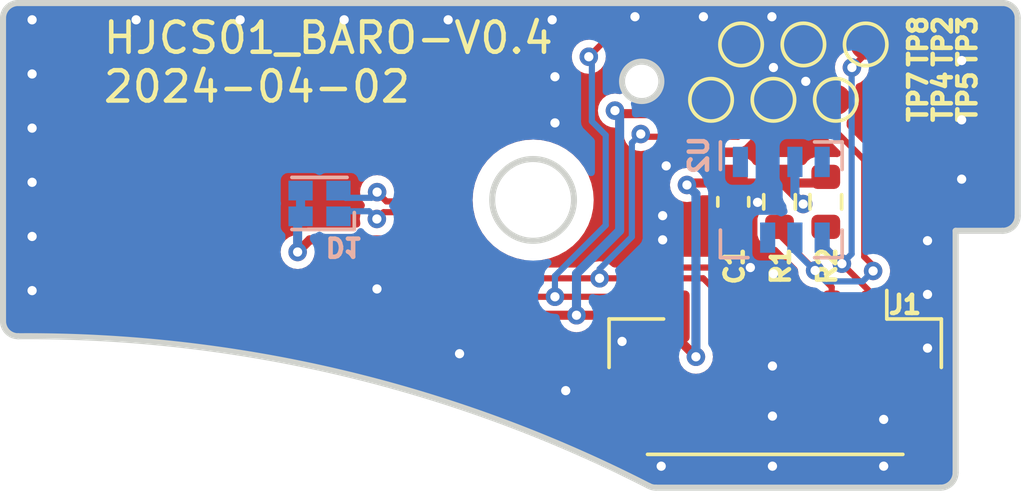
<source format=kicad_pcb>
(kicad_pcb (version 20240108) (generator "pcbnew") (generator_version "8.0")
  (title_block (title "HJCS01_BARO") (date "2024-04-02") (rev "V0.4") (company "Ovobot") (comment 1 "34x16x1.6mm 绿油白字，无铅喷锡"))
  (layers (0 "F.Cu" signal) (31 "B.Cu" signal) (34 "B.Paste" user) (35 "F.Paste" user) (36 "B.SilkS" user "B.Silkscreen") (37 "F.SilkS" user "F.Silkscreen") (38 "B.Mask" user) (39 "F.Mask" user) (44 "Edge.Cuts" user))
  (net 0 "")
  (net 1 "+3V3")
  (net 2 "GND")
  (net 3 "/SCL1")
  (net 4 "/SDA1")
  (net 5 "/RED")
  (net 9 "/BLUE")
  (footprint "TestPoint:TestPoint_Pad_D1.0mm" (layer "F.Cu") (at 153.3382 76.7596)
    (property "Reference" "TP2" (at 4.599 -0.1024 90) (layer "F.SilkS") (effects (font (size 0.6 0.6))))
    (property "Value" "GND")
    (fp_circle (center 0 0) (end 0 0.7) (stroke (width 0.12)) (fill none) (layer "F.SilkS"))
    (pad "1" smd circle (at 0 0) (size 1 1) (layers "F.Cu" "F.Mask") (net 2 "GND"))
  )
  (footprint "TestPoint:TestPoint_Pad_D1.0mm" (layer "F.Cu") (at 154.4087 78.5876)
    (property "Reference" "TP5" (at 4.3413 -0.1016 90) (layer "F.SilkS") (effects (font (size 0.6 0.6))))
    (property "Value" "SDA")
    (fp_circle (center 0 0) (end 0 0.7) (stroke (width 0.12)) (fill none) (layer "F.SilkS"))
    (pad "1" smd circle (at 0 0) (size 1 1) (layers "F.Cu" "F.Mask") (net 4 "/SDA1"))
  )
  (footprint "TestPoint:TestPoint_Pad_D1.0mm" (layer "F.Cu") (at 151.2817 76.7596)
    (property "Reference" "TP8" (at 5.8427 -0.1024 90) (layer "F.SilkS") (effects (font (size 0.6 0.6))))
    (property "Value" "BLUE")
    (fp_circle (center 0 0) (end 0 0.7) (stroke (width 0.12)) (fill none) (layer "F.SilkS"))
    (pad "1" smd circle (at 0 0) (size 1 1) (layers "F.Cu" "F.Mask") (net 9 "/BLUE"))
  )
  (footprint "TestPoint:TestPoint_Pad_D1.0mm" (layer "F.Cu") (at 150.2897 78.5876)
    (property "Reference" "TP7" (at 6.8347 -0.1016 90) (layer "F.SilkS") (effects (font (size 0.6 0.6))))
    (property "Value" "3V3")
    (fp_circle (center 0 0) (end 0 0.7) (stroke (width 0.12)) (fill none) (layer "F.SilkS"))
    (pad "1" smd circle (at 0 0) (size 1 1) (layers "F.Cu" "F.Mask") (net 1 "+3V3"))
  )
  (footprint "Resistor_SMD:R_0603_1608Metric" (layer "F.Cu") (at 154.077 81.956 -90)
    (property "Reference" "R2" (at 2.122074 -0.04109 90) (layer "F.SilkS") (effects (font (size 0.6 0.6))))
    (property "Value" "10K/1%")
    (fp_line (start -0.237258 0.5225) (end 0.237258 0.5225) (stroke (width 0.12)) (layer "F.SilkS"))
    (fp_line (start -0.237258 -0.5225) (end 0.237258 -0.5225) (stroke (width 0.12)) (layer "F.SilkS"))
    (pad "1" smd roundrect (at -0.825 0 270) (size 0.8 0.95) (layers "F.Cu" "F.Paste" "F.Mask") (net 1 "+3V3"))
    (pad "2" smd roundrect (at 0.825 0 270) (size 0.8 0.95) (layers "F.Cu" "F.Paste" "F.Mask") (net 3 "/SCL1"))
  )
  (footprint "Connector_JST:JST_GH_BM06B-GHS-TBT_1x06-1MP_P1.25mm_Vertical" (layer "F.Cu") (at 152.407 87.683 180)
    (property "Reference" "J1" (at -4.287 2.329 0) (layer "F.SilkS") (effects (font (size 0.6 0.6))))
    (property "Value" "GH1.25MM/6ASMT")
    (fp_line (start 5.485 1.86) (end 3.685 1.86) (stroke (width 0.12)) (layer "F.SilkS"))
    (fp_line (start 5.485 0.26) (end 5.485 1.86) (stroke (width 0.12)) (layer "F.SilkS"))
    (fp_line (start -3.685 1.86) (end -3.685 2.8) (stroke (width 0.12)) (layer "F.SilkS"))
    (fp_line (start -4.215 -2.61) (end 4.215 -2.61) (stroke (width 0.12)) (layer "F.SilkS"))
    (fp_line (start -5.485 1.86) (end -3.685 1.86) (stroke (width 0.12)) (layer "F.SilkS"))
    (fp_line (start -5.485 0.26) (end -5.485 1.86) (stroke (width 0.12)) (layer "F.SilkS"))
    (pad "1" smd roundrect (at -3.125 1.95 180) (size 0.6 1.7) (layers "F.Cu" "F.Paste" "F.Mask") (net 3 "/SCL1"))
    (pad "2" smd roundrect (at -1.875 1.95 180) (size 0.6 1.7) (layers "F.Cu" "F.Paste" "F.Mask") (net 4 "/SDA1"))
    (pad "3" smd roundrect (at -0.625 1.95 180) (size 0.6 1.7) (layers "F.Cu" "F.Paste" "F.Mask") (net 2 "GND"))
    (pad "4" smd roundrect (at 0.625 1.95 180) (size 0.6 1.7) (layers "F.Cu" "F.Paste" "F.Mask") (net 5 "/RED"))
    (pad "5" smd roundrect (at 1.875 1.95 180) (size 0.6 1.7) (layers "F.Cu" "F.Paste" "F.Mask") (net 9 "/BLUE"))
    (pad "6" smd roundrect (at 3.125 1.95 180) (size 0.6 1.7) (layers "F.Cu" "F.Paste" "F.Mask") (net 1 "+3V3"))
    (pad "MP" smd roundrect (at -4.975 -1.4 180) (size 1 2.8) (layers "F.Cu" "F.Paste" "F.Mask") (net 2 "GND"))
    (pad "MP" smd roundrect (at 4.975 -1.4 180) (size 1 2.8) (layers "F.Cu" "F.Paste" "F.Mask") (net 2 "GND"))
  )
  (footprint "TestPoint:TestPoint_Pad_D1.0mm" (layer "F.Cu") (at 155.3947 76.7596)
    (property "Reference" "TP3" (at 3.3553 -0.1024 90) (layer "F.SilkS") (effects (font (size 0.6 0.6))))
    (property "Value" "SCL")
    (fp_circle (center 0 0) (end 0 0.7) (stroke (width 0.12)) (fill none) (layer "F.SilkS"))
    (pad "1" smd circle (at 0 0) (size 1 1) (layers "F.Cu" "F.Mask") (net 3 "/SCL1"))
  )
  (footprint "Resistor_SMD:R_0603_1608Metric" (layer "F.Cu") (at 152.55 81.956 -90)
    (property "Reference" "R1" (at 2.122074 -0.04109 90) (layer "F.SilkS") (effects (font (size 0.6 0.6))))
    (property "Value" "10K/1%")
    (fp_line (start -0.237258 0.5225) (end 0.237258 0.5225) (stroke (width 0.12)) (layer "F.SilkS"))
    (fp_line (start -0.237258 -0.5225) (end 0.237258 -0.5225) (stroke (width 0.12)) (layer "F.SilkS"))
    (pad "1" smd roundrect (at -0.825 0 270) (size 0.8 0.95) (layers "F.Cu" "F.Paste" "F.Mask") (net 1 "+3V3"))
    (pad "2" smd roundrect (at 0.825 0 270) (size 0.8 0.95) (layers "F.Cu" "F.Paste" "F.Mask") (net 4 "/SDA1"))
  )
  (footprint "Capacitor_SMD:C_0603_1608Metric" (layer "F.Cu") (at 151.023 81.956 -90)
    (property "Reference" "C1" (at 2.122074 -0.04109 90) (layer "F.SilkS") (effects (font (size 0.6 0.6))))
    (property "Value" "4.7uF")
    (fp_line (start -0.14058 0.51) (end 0.14058 0.51) (stroke (width 0.12)) (layer "F.SilkS"))
    (fp_line (start -0.14058 -0.51) (end 0.14058 -0.51) (stroke (width 0.12)) (layer "F.SilkS"))
    (pad "1" smd roundrect (at -0.775 0 270) (size 0.9 0.95) (layers "F.Cu" "F.Paste" "F.Mask") (net 1 "+3V3"))
    (pad "2" smd roundrect (at 0.775 0 270) (size 0.9 0.95) (layers "F.Cu" "F.Paste" "F.Mask") (net 2 "GND"))
  )
  (footprint "TestPoint:TestPoint_Pad_D1.0mm" (layer "F.Cu") (at 152.3492 78.5876)
    (property "Reference" "TP4" (at 5.588 -0.1016 90) (layer "F.SilkS") (effects (font (size 0.6 0.6))))
    (property "Value" "RED")
    (fp_circle (center 0 0) (end 0 0.7) (stroke (width 0.12)) (fill none) (layer "F.SilkS"))
    (pad "1" smd circle (at 0 0) (size 1 1) (layers "F.Cu" "F.Mask") (net 5 "/RED"))
  )
  (footprint "Ovo_LED_SMD:LED_Dual_1.6x1.5mm" (layer "B.Cu") (at 137.362 82.009)
    (property "Reference" "D1" (at 0.81 1.431 180) (layer "B.SilkS") (effects (font (size 0.6 0.6)) (justify mirror)))
    (property "Value" "LED_Dual_Red_Blue_AKAK")
    (fp_line (start -0.91 -0.86) (end 0.91 -0.86) (stroke (width 0.12)) (layer "B.SilkS"))
    (fp_line (start -0.91 0.86) (end 1.15 0.86) (stroke (width 0.12)) (layer "B.SilkS"))
    (fp_line (start 1.15 0.86) (end 1.15 0.3) (stroke (width 0.12)) (layer "B.SilkS"))
    (pad "1" smd rect (at -0.625 -0.425) (size 0.8 0.65) (layers "B.Cu" "B.Paste" "B.Mask") (net 1 "+3V3"))
    (pad "2" smd rect (at 0.625 -0.425) (size 0.8 0.65) (layers "B.Cu" "B.Paste" "B.Mask") (net 5 "/RED"))
    (pad "3" smd rect (at -0.625 0.425) (size 0.8 0.65) (layers "B.Cu" "B.Paste" "B.Mask") (net 1 "+3V3"))
    (pad "4" smd rect (at 0.625 0.425) (size 0.8 0.65) (layers "B.Cu" "B.Paste" "B.Mask") (net 9 "/BLUE"))
  )
  (footprint "Ovo_Package_LGA:HOPERF_LGA-8_3.8x3.6mm_P0.9mm" (layer "B.Cu") (at 152.608 81.888 -90)
    (property "Reference" "U2" (at -1.476866 2.723419 90) (layer "B.SilkS") (effects (font (size 0.6 0.6)) (justify mirror)))
    (property "Value" "HP203B")
    (fp_line (start -1.91 2.01) (end -1 2.01) (stroke (width 0.12)) (layer "B.SilkS"))
    (fp_line (start 1 2.01) (end 1.91 2.01) (stroke (width 0.12)) (layer "B.SilkS"))
    (fp_line (start 1.91 2.01) (end 1.91 1.1) (stroke (width 0.12)) (layer "B.SilkS"))
    (fp_line (start 1.91 -1.1) (end 1.91 -2.01) (stroke (width 0.12)) (layer "B.SilkS"))
    (fp_line (start -1.91 -2.01) (end -1.91 -1.1) (stroke (width 0.12)) (layer "B.SilkS"))
    (fp_line (start -1 -2.01) (end -1.91 -2.01) (stroke (width 0.12)) (layer "B.SilkS"))
    (fp_line (start 1.91 -2.01) (end 1 -2.01) (stroke (width 0.12)) (layer "B.SilkS"))
    (pad "1" smd rect (at -1.25 1.35 270) (size 1 0.5) (layers "B.Cu" "B.Paste" "B.Mask"))
    (pad "2" smd rect (at -1.25 0.45 270) (size 1 0.5) (layers "B.Cu" "B.Paste" "B.Mask") (net 2 "GND"))
    (pad "3" smd rect (at -1.25 -0.45 270) (size 1 0.5) (layers "B.Cu" "B.Paste" "B.Mask") (net 1 "+3V3"))
    (pad "4" smd rect (at -1.25 -1.35 270) (size 1 0.5) (layers "B.Cu" "B.Paste" "B.Mask"))
    (pad "5" smd rect (at 1.25 -1.35 270) (size 1 0.5) (layers "B.Cu" "B.Paste" "B.Mask") (net 3 "/SCL1"))
    (pad "6" smd rect (at 1.25 -0.45 270) (size 1 0.5) (layers "B.Cu" "B.Paste" "B.Mask") (net 4 "/SDA1"))
    (pad "7" smd rect (at 1.25 0.45 270) (size 1 0.5) (layers "B.Cu" "B.Paste" "B.Mask"))
    (pad "8" smd rect (at 1.25 1.35 270) (size 1 0.5) (layers "B.Cu" "B.Paste" "B.Mask") (net 2 "GND"))
  )
  (gr_arc (start 159.914 75.392) (mid 160.267575 75.538438) (end 160.414 75.892) (stroke (width 0.2)) (layer "Edge.Cuts"))
  (gr_arc (start 160.414 82.41223) (mid 160.26755 82.765772) (end 159.914 82.91223) (stroke (width 0.2)) (layer "Edge.Cuts"))
  (gr_line (start 148.468515 91.392) (end 157.864 91.392) (stroke (width 0.2)) (layer "Edge.Cuts"))
  (gr_arc (start 127.417495 86.393099) (mid 138.127268 87.609115) (end 148.240642 91.337055) (stroke (width 0.2)) (layer "Edge.Cuts"))
  (gr_arc (start 158.364 90.892) (mid 158.217561 91.245561) (end 157.864 91.392) (stroke (width 0.2)) (layer "Edge.Cuts"))
  (gr_arc (start 127.414021 86.393) (mid 127.060457 86.246637) (end 126.914 85.893112) (stroke (width 0.2)) (layer "Edge.Cuts"))
  (gr_arc (start 148.468515 91.392) (mid 148.351313 91.37807) (end 148.240642 91.337055) (stroke (width 0.2)) (layer "Edge.Cuts"))
  (gr_circle (center 144.414 81.892) (end 145.764 81.892) (stroke (width 0.2)) (fill none) (layer "Edge.Cuts"))
  (gr_line (start 158.364 90.892) (end 158.364 82.91223) (stroke (width 0.2)) (layer "Edge.Cuts"))
  (gr_circle (center 147.999786 77.977786) (end 148.649786 77.977786) (stroke (width 0.2)) (fill none) (layer "Edge.Cuts"))
  (gr_line (start 126.914 85.893112) (end 126.914 75.892) (stroke (width 0.2)) (layer "Edge.Cuts"))
  (gr_arc (start 126.914 75.892) (mid 127.060454 75.538455) (end 127.414 75.392) (stroke (width 0.2)) (layer "Edge.Cuts"))
  (gr_line (start 127.421 75.393) (end 159.914 75.393) (stroke (width 0.2)) (layer "Edge.Cuts"))
  (gr_line (start 160.414 82.41223) (end 160.414 75.892) (stroke (width 0.2)) (layer "Edge.Cuts"))
  (gr_line (start 158.364 82.91223) (end 159.914 82.91223) (stroke (width 0.2)) (layer "Edge.Cuts"))
  (gr_text "HJCS01_BARO-${REVISION}\n${ISSUE_DATE}" (at 130.1496 78.74 0) (layer "F.SilkS") (effects (font (size 1 1)) (justify left bottom)))
  (segment (start 140.3112 83.212) (end 142.7988 85.6996) (width 0.3) (layer "F.Cu") (net 1))
  (segment (start 137.04 83.212) (end 140.3112 83.212) (width 0.3) (layer "F.Cu") (net 1))
  (segment (start 148.9438 85.3948) (end 149.282 85.733) (width 0.3) (layer "F.Cu") (net 1))
  (segment (start 152.55 81.248) (end 153.331 82.029) (width 0.3) (layer "F.Cu") (net 1))
  (segment (start 149.282 86.5632) (end 149.282 85.733) (width 0.3) (layer "F.Cu") (net 1))
  (segment (start 147.1168 78.9432) (end 147.2184 79.0448) (width 0.3) (layer "F.Cu") (net 1))
  (segment (start 149.494 81.399) (end 149.559 81.334) (width 0.3) (layer "F.Cu") (net 1))
  (segment (start 142.7988 85.6996) (end 147.7264 85.6996) (width 0.3) (layer "F.Cu") (net 1))
  (segment (start 147.7264 85.6996) (end 148.0312 85.3948) (width 0.3) (layer "F.Cu") (net 1))
  (segment (start 147.2184 79.0448) (end 149.8325 79.0448) (width 0.3) (layer "F.Cu") (net 1))
  (segment (start 153.226 81.334) (end 153.874 81.334) (width 0.3) (layer "F.Cu") (net 1))
  (segment (start 149.559 81.334) (end 153.226 81.334) (width 0.3) (layer "F.Cu") (net 1))
  (segment (start 149.8325 79.0448) (end 150.2897 78.5876) (width 0.3) (layer "F.Cu") (net 1))
  (segment (start 136.64 83.612) (end 137.04 83.212) (width 0.3) (layer "F.Cu") (net 1))
  (segment (start 149.79 87.0712) (end 149.282 86.5632) (width 0.3) (layer "F.Cu") (net 1))
  (segment (start 148.0312 85.3948) (end 148.9438 85.3948) (width 0.3) (layer "F.Cu") (net 1))
  (via (at 153.331 82.029) (size 0.6096) (drill 0.3048) (layers "F.Cu" "B.Cu") (net 1))
  (via (at 136.64 83.612) (size 0.6096) (drill 0.3048) (layers "F.Cu" "B.Cu") (net 1))
  (via (at 147.1168 78.9432) (size 0.6096) (drill 0.3048) (layers "F.Cu" "B.Cu") (net 1))
  (via (at 145.8468 85.6996) (size 0.6096) (drill 0.3048) (layers "F.Cu" "B.Cu") (net 1))
  (via (at 149.494 81.399) (size 0.6096) (drill 0.3048) (layers "F.Cu" "B.Cu") (net 1))
  (via (at 149.79 87.0712) (size 0.6096) (drill 0.3048) (layers "F.Cu" "B.Cu") (net 1))
  (segment (start 153.058 80.638) (end 153.058 81.756) (width 0.3) (layer "B.Cu") (net 1))
  (segment (start 147.2711 79.0975) (end 147.2711 82.9037) (width 0.3) (layer "B.Cu") (net 1))
  (segment (start 153.058 81.756) (end 153.331 82.029) (width 0.3) (layer "B.Cu") (net 1))
  (segment (start 147.1168 78.9432) (end 147.2711 79.0975) (width 0.3) (layer "B.Cu") (net 1))
  (segment (start 147.2711 82.9037) (end 145.8468 84.328) (width 0.3) (layer "B.Cu") (net 1))
  (segment (start 136.64 83.612) (end 136.64 82.531) (width 0.3) (layer "B.Cu") (net 1))
  (segment (start 136.64 82.531) (end 136.737 82.434) (width 0.3) (layer "B.Cu") (net 1))
  (segment (start 149.79 87.0712) (end 149.79 81.695) (width 0.3) (layer "B.Cu") (net 1))
  (segment (start 149.79 81.695) (end 149.494 81.399) (width 0.3) (layer "B.Cu") (net 1))
  (segment (start 145.8468 84.328) (end 145.8468 85.6996) (width 0.3) (layer "B.Cu") (net 1))
  (segment (start 136.737 81.584) (end 136.737 82.434) (width 0.3) (layer "B.Cu") (net 1))
  (via (at 148.6916 82.412) (size 0.6096) (drill 0.3048) (layers "F.Cu" "B.Cu") (net 2))
  (via (at 155.989 90.683) (size 0.6096) (drill 0.3048) (layers "F.Cu" "B.Cu") (net 2))
  (via (at 127.87376 77.73416) (size 0.6096) (drill 0.3048) (layers "F.Cu" "B.Cu") (net 2))
  (via (at 145.1356 77.8256) (size 0.6096) (drill 0.3048) (layers "F.Cu" "B.Cu") (net 2))
  (via (at 155.989 89.139) (size 0.6096) (drill 0.3048) (layers "F.Cu" "B.Cu") (net 2))
  (via (at 158.563 77.291) (size 0.6096) (drill 0.3048) (layers "F.Cu" "B.Cu") (net 2))
  (via (at 158.563 79.249) (size 0.6096) (drill 0.3048) (layers "F.Cu" "B.Cu") (net 2))
  (via (at 152.3165 87.376) (size 0.6096) (drill 0.3048) (layers "F.Cu" "B.Cu") (net 2))
  (via (at 152.3492 77.5208) (size 0.6096) (drill 0.3048) (layers "F.Cu" "B.Cu") (net 2))
  (via (at 134.74192 75.946) (size 0.6096) (drill 0.3048) (layers "F.Cu" "B.Cu") (net 2))
  (via (at 157.436 86.785) (size 0.6096) (drill 0.3048) (layers "F.Cu" "B.Cu") (net 2))
  (via (at 127.87376 83.09864) (size 0.6096) (drill 0.3048) (layers "F.Cu" "B.Cu") (net 2))
  (via (at 147.7772 75.8444) (size 0.6096) (drill 0.3048) (layers "F.Cu" "B.Cu") (net 2))
  (via (at 150.0378 75.8444) (size 0.6096) (drill 0.3048) (layers "F.Cu" "B.Cu") (net 2))
  (via (at 151.825 81.972) (size 0.6096) (drill 0.3048) (layers "F.Cu" "B.Cu") (net 2))
  (via (at 127.87376 79.52232) (size 0.6096) (drill 0.3048) (layers "F.Cu" "B.Cu") (net 2))
  (via (at 148.6916 83.2104) (size 0.6096) (drill 0.3048) (layers "F.Cu" "B.Cu") (net 2))
  (via (at 141.986 86.9696) (size 0.6096) (drill 0.3048) (layers "F.Cu" "B.Cu") (net 2))
  (via (at 147.351 86.564) (size 0.6096) (drill 0.3048) (layers "F.Cu" "B.Cu") (net 2))
  (via (at 152.3165 89.0295) (size 0.6096) (drill 0.3048) (layers "F.Cu" "B.Cu") (net 2))
  (via (at 138.176 75.946) (size 0.6096) (drill 0.3048) (layers "F.Cu" "B.Cu") (net 2))
  (via (at 139.26 84.831) (size 0.6096) (drill 0.3048) (layers "F.Cu" "B.Cu") (net 2))
  (via (at 127.87376 81.31048) (size 0.6096) (drill 0.3048) (layers "F.Cu" "B.Cu") (net 2))
  (via (at 158.563 81.207) (size 0.6096) (drill 0.3048) (layers "F.Cu" "B.Cu") (net 2))
  (via (at 145.1356 79.3496) (size 0.6096) (drill 0.3048) (layers "F.Cu" "B.Cu") (net 2))
  (via (at 152.3165 90.683) (size 0.6096) (drill 0.3048) (layers "F.Cu" "B.Cu") (net 2))
  (via (at 127.87376 75.946) (size 0.6096) (drill 0.3048) (layers "F.Cu" "B.Cu") (net 2))
  (via (at 145.04416 75.946) (size 0.6096) (drill 0.3048) (layers "F.Cu" "B.Cu") (net 2))
  (via (at 148.644 90.683) (size 0.6096) (drill 0.3048) (layers "F.Cu" "B.Cu") (net 2))
  (via (at 127.87376 84.8868) (size 0.6096) (drill 0.3048) (layers "F.Cu" "B.Cu") (net 2))
  (via (at 148.809 80.768) (size 0.6096) (drill 0.3048) (layers "F.Cu" "B.Cu") (net 2))
  (via (at 131.30784 75.946) (size 0.6096) (drill 0.3048) (layers "F.Cu" "B.Cu") (net 2))
  (via (at 153.416 77.978) (size 0.6096) (drill 0.3048) (layers "F.Cu" "B.Cu") (net 2))
  (via (at 152.35 84.331) (size 0.6096) (drill 0.3048) (layers "F.Cu" "B.Cu") (net 2))
  (via (at 157.436 85.012) (size 0.6096) (drill 0.3048) (layers "F.Cu" "B.Cu") (net 2))
  (via (at 157.436 83.239) (size 0.6096) (drill 0.3048) (layers "F.Cu" "B.Cu") (net 2))
  (via (at 151.5872 84.1248) (size 0.6096) (drill 0.3048) (layers "F.Cu" "B.Cu") (net 2))
  (via (at 145.4912 88.1888) (size 0.6096) (drill 0.3048) (layers "F.Cu" "B.Cu") (net 2))
  (via (at 152.2984 75.8444) (size 0.6096) (drill 0.3048) (layers "F.Cu" "B.Cu") (net 2))
  (via (at 141.61008 75.946) (size 0.6096) (drill 0.3048) (layers "F.Cu" "B.Cu") (net 2))
  (segment (start 154.6098 83.9978) (end 155.522 84.91) (width 0.2032) (layer "F.Cu") (net 3))
  (segment (start 154.94 77.5208) (end 155.3947 77.0661) (width 0.2032) (layer "F.Cu") (net 3))
  (segment (start 155.522 84.91) (end 155.522 85.417) (width 0.2032) (layer "F.Cu") (net 3))
  (segment (start 155.3947 77.0661) (end 155.3947 76.7596) (width 0.2032) (layer "F.Cu") (net 3))
  (segment (start 154.077 83.465) (end 154.077 82.781) (width 0.2032) (layer "F.Cu") (net 3))
  (segment (start 154.6098 83.9978) (end 154.077 83.465) (width 0.2032) (layer "F.Cu") (net 3))
  (via (at 154.94 77.5208) (size 0.6096) (drill 0.3048) (layers "F.Cu" "B.Cu") (net 3))
  (via (at 154.6098 83.9978) (size 0.6096) (drill 0.3048) (layers "F.Cu" "B.Cu") (net 3))
  (segment (start 154.6098 83.9978) (end 153.958 83.346) (width 0.2032) (layer "B.Cu") (net 3))
  (segment (start 154.6098 83.9978) (end 154.931 83.6766) (width 0.2032) (layer "B.Cu") (net 3))
  (segment (start 154.931 83.6766) (end 154.931 77.5298) (width 0.2032) (layer "B.Cu") (net 3))
  (segment (start 154.931 77.5298) (end 154.94 77.5208) (width 0.2032) (layer "B.Cu") (net 3))
  (segment (start 153.958 83.346) (end 153.958 83.138) (width 0.2032) (layer "B.Cu") (net 3))
  (segment (start 153.725179 84.222021) (end 154.272 84.768842) (width 0.2032) (layer "F.Cu") (net 4))
  (segment (start 155.3464 83.7692) (end 155.3464 80.5688) (width 0.2032) (layer "F.Cu") (net 4))
  (segment (start 152.55 83.046842) (end 152.55 82.781) (width 0.2032) (layer "F.Cu") (net 4))
  (segment (start 155.639578 84.062378) (end 155.3464 83.7692) (width 0.2032) (layer "F.Cu") (net 4))
  (segment (start 155.3464 80.5688) (end 154.4087 79.6311) (width 0.2032) (layer "F.Cu") (net 4))
  (segment (start 153.725179 84.222021) (end 152.55 83.046842) (width 0.2032) (layer "F.Cu") (net 4))
  (segment (start 154.272 84.768842) (end 154.272 85.417) (width 0.2032) (layer "F.Cu") (net 4))
  (segment (start 155.639578 84.238022) (end 155.639578 84.062378) (width 0.2032) (layer "F.Cu") (net 4))
  (segment (start 154.4087 79.6311) (end 154.4087 78.5876) (width 0.2032) (layer "F.Cu") (net 4))
  (via (at 155.639578 84.238022) (size 0.6096) (drill 0.3048) (layers "F.Cu" "B.Cu") (net 4))
  (via (at 153.725179 84.222021) (size 0.6096) (drill 0.3048) (layers "F.Cu" "B.Cu") (net 4))
  (segment (start 155.2956 84.582) (end 155.639578 84.238022) (width 0.2032) (layer "B.Cu") (net 4))
  (segment (start 154.085158 84.582) (end 155.2956 84.582) (width 0.2032) (layer "B.Cu") (net 4))
  (segment (start 153.706021 84.222021) (end 153.058 83.574) (width 0.2032) (layer "B.Cu") (net 4))
  (segment (start 153.725179 84.222021) (end 153.706021 84.222021) (width 0.2032) (layer "B.Cu") (net 4))
  (segment (start 153.058 83.574) (end 153.058 83.138) (width 0.2032) (layer "B.Cu") (net 4))
  (segment (start 153.725179 84.222021) (end 154.085158 84.582) (width 0.2032) (layer "B.Cu") (net 4))
  (segment (start 151.1808 79.8068) (end 152.3492 78.6384) (width 0.2032) (layer "F.Cu") (net 5))
  (segment (start 143.2214 84.4804) (end 140.683 81.942) (width 0.2032) (layer "F.Cu") (net 5))
  (segment (start 150.4798 84.1248) (end 151.772 85.417) (width 0.2032) (layer "F.Cu") (net 5))
  (segment (start 148.05842 79.8068) (end 151.1808 79.8068) (width 0.2032) (layer "F.Cu") (net 5))
  (segment (start 139.571 81.942) (end 139.264 81.635) (width 0.2032) (layer "F.Cu") (net 5))
  (segment (start 147.9296 84.1248) (end 150.4798 84.1248) (width 0.2032) (layer "F.Cu") (net 5))
  (segment (start 146.6088 84.4804) (end 143.2214 84.4804) (width 0.2032) (layer "F.Cu") (net 5))
  (segment (start 152.3492 78.6384) (end 152.3492 78.5876) (width 0.2032) (layer "F.Cu") (net 5))
  (segment (start 147.574 84.4804) (end 147.9296 84.1248) (width 0.2032) (layer "F.Cu") (net 5))
  (segment (start 147.96861 79.71699) (end 148.05842 79.8068) (width 0.2032) (layer "F.Cu") (net 5))
  (segment (start 140.683 81.942) (end 139.571 81.942) (width 0.2032) (layer "F.Cu") (net 5))
  (segment (start 146.6088 84.4804) (end 147.574 84.4804) (width 0.2032) (layer "F.Cu") (net 5))
  (via (at 146.6088 84.4804) (size 0.6096) (drill 0.3048) (layers "F.Cu" "B.Cu") (net 5))
  (via (at 139.264 81.635) (size 0.6096) (drill 0.3048) (layers "F.Cu" "B.Cu") (net 5))
  (via (at 147.96861 79.71699) (size 0.6096) (drill 0.3048) (layers "F.Cu" "B.Cu") (net 5))
  (segment (start 139.264 81.635) (end 139.076 81.823) (width 0.2032) (layer "B.Cu") (net 5))
  (segment (start 147.6751 80.0105) (end 147.6751 83.1093) (width 0.2032) (layer "B.Cu") (net 5))
  (segment (start 147.96861 79.71699) (end 147.6751 80.0105) (width 0.2032) (layer "B.Cu") (net 5))
  (segment (start 146.6088 84.1756) (end 146.6088 84.4804) (width 0.2032) (layer "B.Cu") (net 5))
  (segment (start 147.6751 83.1093) (end 146.6088 84.1756) (width 0.2032) (layer "B.Cu") (net 5))
  (segment (start 138.226 81.823) (end 137.987 81.584) (width 0.2032) (layer "B.Cu") (net 5))
  (segment (start 139.076 81.823) (end 138.226 81.823) (width 0.2032) (layer "B.Cu") (net 5))
  (segment (start 150.532 84.982) (end 150.532 85.733) (width 0.2032) (layer "F.Cu") (net 9))
  (segment (start 146.7104 76.708) (end 151.2301 76.708) (width 0.2032) (layer "F.Cu") (net 9))
  (segment (start 140.2604 82.2976) (end 139.4794 82.2976) (width 0.2032) (layer "F.Cu") (net 9))
  (segment (start 148.2852 84.4804) (end 150.0304 84.4804) (width 0.2032) (layer "F.Cu") (net 9))
  (segment (start 150.0304 84.4804) (end 150.532 84.982) (width 0.2032) (layer "F.Cu") (net 9))
  (segment (start 139.4794 82.2976) (end 139.256 82.521) (width 0.2032) (layer "F.Cu") (net 9))
  (segment (start 146.2532 77.1652) (end 146.7104 76.708) (width 0.2032) (layer "F.Cu") (net 9))
  (segment (start 145.1356 85.09) (end 143.0528 85.09) (width 0.2032) (layer "F.Cu") (net 9))
  (segment (start 151.2301 76.708) (end 151.2817 76.7596) (width 0.2032) (layer "F.Cu") (net 9))
  (segment (start 143.0528 85.09) (end 140.2604 82.2976) (width 0.2032) (layer "F.Cu") (net 9))
  (segment (start 145.1356 85.09) (end 147.6756 85.09) (width 0.2032) (layer "F.Cu") (net 9))
  (segment (start 147.6756 85.09) (end 148.2852 84.4804) (width 0.2032) (layer "F.Cu") (net 9))
  (via (at 139.256 82.521) (size 0.6096) (drill 0.3048) (layers "F.Cu" "B.Cu") (net 9))
  (via (at 146.2532 77.1652) (size 0.6096) (drill 0.3048) (layers "F.Cu" "B.Cu") (net 9))
  (via (at 145.1356 85.09) (size 0.6096) (drill 0.3048) (layers "F.Cu" "B.Cu") (net 9))
  (segment (start 145.1356 84.404095) (end 145.1356 85.09) (width 0.2032) (layer "B.Cu") (net 9))
  (segment (start 139.256 82.521) (end 139.001 82.266) (width 0.2032) (layer "B.Cu") (net 9))
  (segment (start 146.3548 79.2988) (end 146.812 79.756) (width 0.2032) (layer "B.Cu") (net 9))
  (segment (start 138.155 82.266) (end 137.987 82.434) (width 0.2032) (layer "B.Cu") (net 9))
  (segment (start 139.001 82.266) (end 138.155 82.266) (width 0.2032) (layer "B.Cu") (net 9))
  (segment (start 146.812 79.756) (end 146.812 82.727695) (width 0.2032) (layer "B.Cu") (net 9))
  (segment (start 146.3548 77.2668) (end 146.3548 79.2988) (width 0.2032) (layer "B.Cu") (net 9))
  (segment (start 146.812 82.727695) (end 145.1356 84.404095) (width 0.2032) (layer "B.Cu") (net 9))
  (zone (net 0) (net_name "") (layers "F&B.Cu") (connect_pads (clearance 0)) (min_thickness 0.25)
    (keepout (tracks not_allowed) (vias not_allowed) (pads not_allowed) (copperpour not_allowed) (footprints not_allowed))
    (fill (thermal_gap 0.5) (thermal_bridge_width 0.5))
    (polygon (pts (xy 146.415501 81.897279) (xy 146.395144 81.612649) (xy 146.334487 81.333814) (xy 146.234765 81.066449) (xy 146.098008 80.815997) (xy 145.927 80.587558) (xy 145.725222 80.38578) (xy 145.496783 80.214772) (xy 145.246331 80.078015) (xy 144.978966 79.978293) (xy 144.700131 79.917636) (xy 144.415501 79.897279) (xy 144.130871 79.917636) (xy 143.852036 79.978293) (xy 143.584671 80.078015) (xy 143.334219 80.214772) (xy 143.10578 80.38578) (xy 142.904002 80.587558) (xy 142.732994 80.815997) (xy 142.596237 81.066449) (xy 142.496515 81.333814) (xy 142.435858 81.612649) (xy 142.415501 81.897279) (xy 142.435858 82.181909) (xy 142.496515 82.460744) (xy 142.596237 82.728109) (xy 142.732994 82.978561) (xy 142.904002 83.207) (xy 143.10578 83.408778) (xy 143.334219 83.579786) (xy 143.584671 83.716543) (xy 143.852036 83.816265) (xy 144.130871 83.876922) (xy 144.415501 83.897279) (xy 144.700131 83.876922) (xy 144.978966 83.816265) (xy 145.246331 83.716543) (xy 145.496783 83.579786) (xy 145.725222 83.408778) (xy 145.927 83.207) (xy 146.098008 82.978561) (xy 146.234765 82.728109) (xy 146.334487 82.460744) (xy 146.395144 82.181909)))
  )
  (zone (net 2) (net_name "GND") (layers "F&B.Cu") (connect_pads yes (clearance 0.254)) (min_thickness 0.25) (fill yes (thermal_gap 0.5) (thermal_bridge_width 0.5))
    (polygon (pts (xy 126.904 75.368) (xy 126.904 91.418) (xy 127.225 91.739) (xy 160.477 91.739) (xy 160.638 91.578) (xy 160.638 75.309) (xy 126.975 75.309) (xy 126.868 75.416) (xy 126.868 75.404)))
  )
)
</source>
